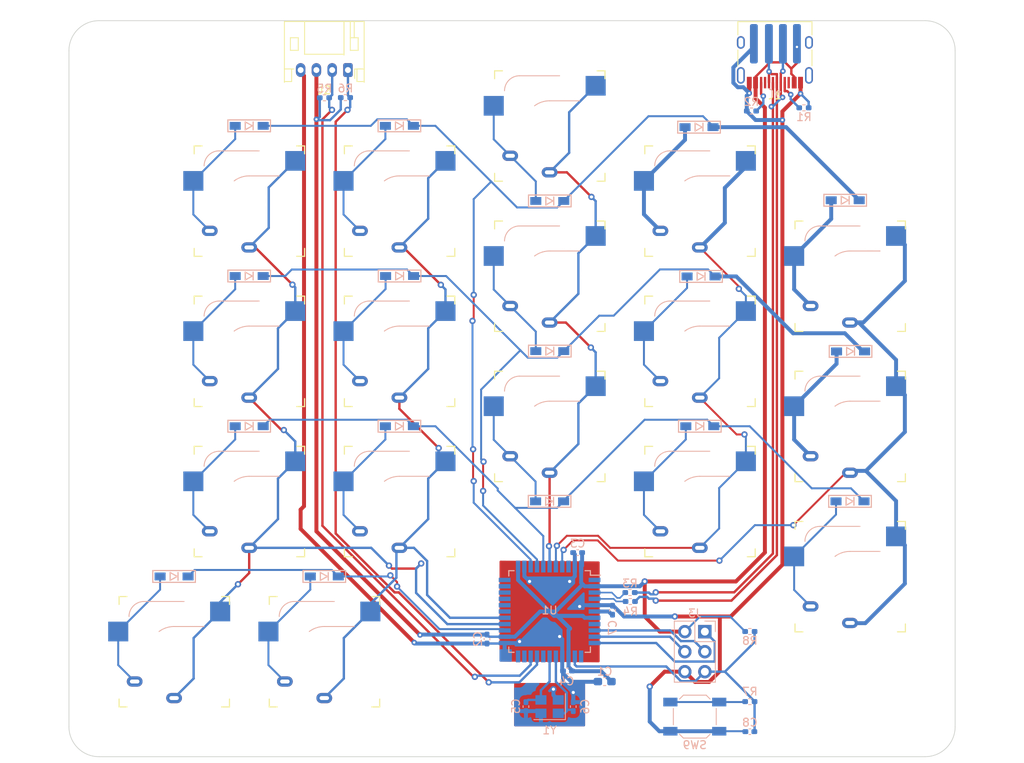
<source format=kicad_pcb>
(kicad_pcb (version 20211014) (generator pcbnew)
  (layers (0 "F.Cu" power) (31 "B.Cu" signal) (34 "B.Paste" user) (35 "F.Paste" user) (36 "B.SilkS" user "B.Silkscreen") (37 "F.SilkS" user "F.Silkscreen") (38 "B.Mask" user) (39 "F.Mask" user) (44 "Edge.Cuts" user))
  (net 0 "")
  (net 2 "+5V")
  (net 3 "GND")
  (net 15 "~{Reset}")
  (net 19 "SCL")
  (net 20 "SDA")
  (net 21 "MISO")
  (net 22 "SCK")
  (net 23 "MOSI")
  (net 24 "D-")
  (net 25 "D+")
  (net 26 "Net-(R7-Pad1)")
  (net 27 "/UCAP")
  (net 28 "/XTAL1")
  (net 29 "/XTAL2")
  (net 31 "/CC1")
  (net 32 "/CC2")
  (net 33 "Row1")
  (net 34 "Net-(D1-Pad2)")
  (net 35 "Row2")
  (net 36 "Net-(D2-Pad2)")
  (net 37 "Row3")
  (net 38 "Net-(D3-Pad2)")
  (net 39 "Row4")
  (net 40 "Net-(D4-Pad2)")
  (net 41 "Net-(D5-Pad2)")
  (net 42 "Net-(D6-Pad2)")
  (net 43 "Net-(D7-Pad2)")
  (net 44 "Net-(D8-Pad2)")
  (net 45 "Net-(D9-Pad2)")
  (net 46 "Net-(D10-Pad2)")
  (net 47 "Net-(D11-Pad2)")
  (net 48 "Net-(D12-Pad2)")
  (net 49 "Net-(D13-Pad2)")
  (net 50 "Net-(D14-Pad2)")
  (net 51 "Net-(D15-Pad2)")
  (net 52 "Net-(D16-Pad2)")
  (net 53 "Net-(D17-Pad2)")
  (net 54 "Col6")
  (net 55 "Col7")
  (net 56 "Col8")
  (net 57 "Col9")
  (net 58 "Col10")
  (net 59 "/DN")
  (net 60 "/DP")
  (footprint "MountingHole:MountingHole_3.2mm_M3_DIN965" (layer "F.Cu") (at 158.115 135.255)
    (fp_text reference "REF**" hide)
    (fp_text value "MountingHole_3.2mm_M3_DIN965")
  )
  (footprint "Keyboard_JSA:MX_Hotswap_Choc_Solder" (layer "F.Cu") (at 196.215 87.63)
    (fp_text reference "SW6" hide)
    (fp_text value "SW_Push" hide)
  )
  (footprint "Connector_USB:USB_C_Receptacle_HRO_TYPE-C-31-M-12" (layer "F.Cu") (at 243.84 49.53 180)
    (fp_text reference "J1")
    (fp_text value "USB_C_Receptacle_USB2.0")
  )
  (footprint "Keyboard_JSA:MX_Hotswap_Choc_Solder" (layer "F.Cu") (at 167.64 125.73)
    (fp_text reference "SW4" hide)
    (fp_text value "SW_Push" hide)
  )
  (footprint "Keyboard_JSA:MX_Hotswap_Choc_Solder" (layer "F.Cu") (at 215.265 97.155)
    (fp_text reference "SW12" hide)
    (fp_text value "SW_Push" hide)
  )
  (footprint "MountingHole:MountingHole_3.2mm_M3_DIN965" (layer "F.Cu") (at 158.115 49.53)
    (fp_text reference "REF**" hide)
    (fp_text value "MountingHole_3.2mm_M3_DIN965")
  )
  (footprint "Keyboard_JSA:MX_Hotswap_Choc_Solder" (layer "F.Cu") (at 196.215 68.58)
    (fp_text reference "SW5" hide)
    (fp_text value "SW_Push" hide)
  )
  (footprint "Keyboard_JSA:MX_Hotswap_Choc_Solder" (layer "F.Cu") (at 215.265 78.105)
    (fp_text reference "SW11" hide)
    (fp_text value "SW_Push" hide)
  )
  (footprint "Keyboard_JSA:MX_Hotswap_Choc_Solder" (layer "F.Cu") (at 234.315 68.58)
    (fp_text reference "SW13" hide)
    (fp_text value "SW_Push" hide)
  )
  (footprint "Keyboard_JSA:MX_Hotswap_Choc_Solder" (layer "F.Cu") (at 186.69 125.73)
    (fp_text reference "SW8" hide)
    (fp_text value "SW_Push" hide)
  )
  (footprint "Keyboard_JSA:MX_Hotswap_Choc_Solder" (layer "F.Cu") (at 177.165 106.68)
    (fp_text reference "SW3" hide)
    (fp_text value "SW_Push" hide)
  )
  (footprint "MountingHole:MountingHole_3.2mm_M3_DIN965" (layer "F.Cu") (at 262.89 135.255)
    (fp_text reference "REF**" hide)
    (fp_text value "MountingHole_3.2mm_M3_DIN965")
  )
  (footprint "Keyboard_JSA:MX_Hotswap_Choc_Solder" (layer "F.Cu") (at 177.165 87.63)
    (fp_text reference "SW2" hide)
    (fp_text value "SW_Push" hide)
  )
  (footprint "Keyboard_JSA:MX_Hotswap_Choc_Solder" (layer "F.Cu") (at 177.165 68.58)
    (fp_text reference "SW1" hide)
    (fp_text value "SW_Push" hide)
  )
  (footprint "Keyboard_JSA:MX_Hotswap_Choc_Solder" (layer "F.Cu") (at 234.315 87.63)
    (fp_text reference "SW14" hide)
    (fp_text value "SW_Push" hide)
  )
  (footprint "Keyboard_JSA:MX_Hotswap_Choc_Solder" (layer "F.Cu") (at 234.315 106.68)
    (fp_text reference "SW15" hide)
    (fp_text value "SW_Push" hide)
  )
  (footprint "MountingHole:MountingHole_3.2mm_M3_DIN965" (layer "F.Cu") (at 262.89 49.53)
    (fp_text reference "REF**" hide)
    (fp_text value "MountingHole_3.2mm_M3_DIN965")
  )
  (footprint "Keyboard_JSA:MX_Hotswap_Choc_Solder" (layer "F.Cu") (at 253.365 78.105)
    (fp_text reference "SW16" hide)
    (fp_text value "SW_Push" hide)
  )
  (footprint "Keyboard_JSA:MX_Hotswap_Choc_Solder" (layer "F.Cu") (at 253.365 116.205)
    (fp_text reference "SW18" hide)
    (fp_text value "SW_Push" hide)
  )
  (footprint "Keyboard_JSA:MX_Hotswap_Choc_Solder" (layer "F.Cu") (at 196.215 106.68)
    (fp_text reference "SW7" hide)
    (fp_text value "SW_Push" hide)
  )
  (footprint "Keyboard_JSA:MX_Hotswap_Choc_Solder" (layer "F.Cu") (at 215.265 59.055)
    (fp_text reference "SW10" hide)
    (fp_text value "SW_Push" hide)
  )
  (footprint "Keyboard_JSA:MX_Hotswap_Choc_Solder" (layer "F.Cu") (at 253.365 97.155)
    (fp_text reference "SW17" hide)
    (fp_text value "SW_Push" hide)
  )
  (footprint "Connector_JST:JST_PH_S4B-PH-K_1x04_P2.00mm_Horizontal" (layer "F.Cu") (at 189.689994 51.980008 180)
    (fp_text reference "J2")
    (fp_text value "Conn_01x04")
  )
  (footprint "Capacitor_SMD:C_0402_1005Metric_Pad0.74x0.62mm_HandSolder" (layer "B.Cu") (at 240.665 135.89 180)
    (fp_text reference "C8")
    (fp_text value "0.1µF")
  )
  (footprint "Keyboard_Foostan:D3_SMD_v2" (layer "B.Cu") (at 215.265 106.68 180)
    (fp_text reference "D11" hide)
    (fp_text value "1N4148" hide)
  )
  (footprint "Capacitor_SMD:C_0402_1005Metric_Pad0.74x0.62mm_HandSolder" (layer "B.Cu") (at 218.265 132.715 -90)
    (fp_text reference "C6")
    (fp_text value "9pF")
  )
  (footprint "Keyboard_Foostan:D3_SMD_v2" (layer "B.Cu") (at 234.475 78.155 180)
    (fp_text reference "D13" hide)
    (fp_text value "1N4148" hide)
  )
  (footprint "Keyboard_Foostan:D3_SMD_v2" (layer "B.Cu") (at 196.215 59.055 180)
    (fp_text reference "D5" hide)
    (fp_text value "1N4148" hide)
  )
  (footprint "Resistor_SMD:R_0402_1005Metric_Pad0.72x0.64mm_HandSolder" (layer "B.Cu") (at 186.715 55.495 180)
    (fp_text reference "R5")
    (fp_text value "2k2")
  )
  (footprint "Capacitor_SMD:C_0402_1005Metric_Pad0.74x0.62mm_HandSolder" (layer "B.Cu") (at 223.245 120.485 90)
    (fp_text reference "C7")
    (fp_text value "1µF")
  )
  (footprint "Resistor_SMD:R_0402_1005Metric_Pad0.72x0.64mm_HandSolder" (layer "B.Cu") (at 189.375 55.475 180)
    (fp_text reference "R6")
    (fp_text value "2k2")
  )
  (footprint "Keyboard_Foostan:D3_SMD_v2" (layer "B.Cu") (at 215.29 87.63 180)
    (fp_text reference "D10" hide)
    (fp_text value "1N4148" hide)
  )
  (footprint "Capacitor_SMD:C_0402_1005Metric_Pad0.74x0.62mm_HandSolder" (layer "B.Cu") (at 217.5343 128.1938 180)
    (fp_text reference "C4")
    (fp_text value "0.1µF")
  )
  (footprint "Capacitor_SMD:C_0402_1005Metric_Pad0.74x0.62mm_HandSolder" (layer "B.Cu") (at 218.821 113.1824 180)
    (fp_text reference "C3")
    (fp_text value "0.1µF")
  )
  (footprint "Resistor_SMD:R_0402_1005Metric_Pad0.72x0.64mm_HandSolder" (layer "B.Cu") (at 225.5 119.38 180)
    (fp_text reference "R4")
    (fp_text value "5k1")
  )
  (footprint "Keyboard_Foostan:D3_SMD_v2" (layer "B.Cu") (at 253.435 87.665 180)
    (fp_text reference "D16" hide)
    (fp_text value "1N4148" hide)
  )
  (footprint "Keyboard_Foostan:D3_SMD_v2" (layer "B.Cu") (at 177.165 97.155 180)
    (fp_text reference "D3" hide)
    (fp_text value "1N4148" hide)
  )
  (footprint "Keyboard_Foostan:D3_SMD_v2" (layer "B.Cu") (at 253.365 106.68 180)
    (fp_text reference "D17" hide)
    (fp_text value "1N4148" hide)
  )
  (footprint "Capacitor_SMD:C_0402_1005Metric_Pad0.74x0.62mm_HandSolder" (layer "B.Cu") (at 212.265 132.715 90)
    (fp_text reference "C5")
    (fp_text value "9pF")
  )
  (footprint "Keyboard_Foostan:D3_SMD_v2" (layer "B.Cu") (at 186.69 116.205 180)
    (fp_text reference "D8" hide)
    (fp_text value "1N4148" hide)
  )
  (footprint "Keyboard_Foostan:D3_SMD_v2" (layer "B.Cu") (at 215.29 68.58 180)
    (fp_text reference "D9" hide)
    (fp_text value "1N4148" hide)
  )
  (footprint "Keyboard_Foostan:D3_SMD_v2" (layer "B.Cu") (at 177.165 78.105 180)
    (fp_text reference "D2" hide)
    (fp_text value "1N4148" hide)
  )
  (footprint "Connector_PinHeader_2.54mm:PinHeader_2x03_P2.54mm_Vertical" (layer "B.Cu") (at 234.955 123.205 180)
    (fp_text reference "J3")
    (fp_text value "AVR-ISP-6")
  )
  (footprint "Keyboard_JSA:USB wire pad" (layer "B.Cu") (at 243.84 45.5961)
    (fp_text reference "J4")
    (fp_text value "Conn_01x04")
  )
  (footprint "Keyboard_Foostan:D3_SMD_v2" (layer "B.Cu") (at 196.24 78.105 180)
    (fp_text reference "D6" hide)
    (fp_text value "1N4148" hide)
  )
  (footprint "Capacitor_SMD:C_0402_1005Metric_Pad0.74x0.62mm_HandSolder" (layer "B.Cu") (at 207.325 124.145 -90)
    (fp_text reference "C2")
    (fp_text value "0.1µF")
  )
  (footprint "Button_Switch_SMD:SW_SPST_SKQG_WithStem" (layer "B.Cu") (at 233.68 133.985)
    (fp_text reference "SW9")
    (fp_text value "SW_Push")
  )
  (footprint "Resistor_SMD:R_0402_1005Metric_Pad0.72x0.64mm_HandSolder" (layer "B.Cu") (at 240.8682 57.1754 180)
    (fp_text reference "R2")
    (fp_text value "5k1")
  )
  (footprint "Resistor_SMD:R_0402_1005Metric_Pad0.72x0.64mm_HandSolder" (layer "B.Cu") (at 240.665 132.08)
    (fp_text reference "R7")
    (fp_text value "330Ω")
  )
  (footprint "Keyboard_Foostan:D3_SMD_v2" (layer "B.Cu") (at 196.215 97.155 180)
    (fp_text reference "D7" hide)
    (fp_text value "1N4148" hide)
  )
  (footprint "Resistor_SMD:R_0402_1005Metric_Pad0.72x0.64mm_HandSolder" (layer "B.Cu") (at 225.4625 118.25 180)
    (fp_text reference "R3")
    (fp_text value "5k1")
  )
  (footprint "Keyboard_Foostan:D3_SMD_v2" (layer "B.Cu") (at 177.165 59.055 180)
    (fp_text reference "D1" hide)
    (fp_text value "1N4148" hide)
  )
  (footprint "Keyboard_Foostan:D3_SMD_v2" (layer "B.Cu") (at 234.315 97.155 180)
    (fp_text reference "D14" hide)
    (fp_text value "1N4148" hide)
  )
  (footprint "Capacitor_SMD:C_0603_1608Metric_Pad1.08x0.95mm_HandSolder" (layer "B.Cu") (at 222.25 129.54 180)
    (fp_text reference "C1")
    (fp_text value "10µF")
  )
  (footprint "Keyboard_Foostan:D3_SMD_v2" (layer "B.Cu") (at 234.215 59.225 180)
    (fp_text reference "D12" hide)
    (fp_text value "1N4148" hide)
  )
  (footprint "Resistor_SMD:R_0402_1005Metric_Pad0.72x0.64mm_HandSolder" (layer "B.Cu") (at 240.665 123.19)
    (fp_text reference "R8")
    (fp_text value "4.7kΩ")
  )
  (footprint "Package_QFP:TQFP-44_10x10mm_P0.8mm" (layer "B.Cu") (at 215.265 120.65 180)
    (fp_text reference "U1")
    (fp_text value "ATmega32U4-AU")
  )
  (footprint "Keyboard_Foostan:D3_SMD_v2" (layer "B.Cu") (at 167.64 116.205 180)
    (fp_text reference "D4" hide)
    (fp_text value "1N4148" hide)
  )
  (footprint "Keyboard_Foostan:D3_SMD_v2" (layer "B.Cu") (at 252.755 68.495 180)
    (fp_text reference "D15" hide)
    (fp_text value "1N4148" hide)
  )
  (footprint "Crystal:Crystal_SMD_3225-4Pin_3.2x2.5mm" (layer "B.Cu") (at 215.265 132.715 180)
    (fp_text reference "Y1")
    (fp_text value "16MHz")
  )
  (footprint "Resistor_SMD:R_0402_1005Metric_Pad0.72x0.64mm_HandSolder" (layer "B.Cu") (at 247.523 56.769)
    (fp_text reference "R1")
    (fp_text value "5k1")
  )
  (gr_line (start 266.7 135.255) (end 266.7 49.53) (layer "Edge.Cuts") (width 0.1))
  (gr_arc (start 262.89 45.72) (mid 265.584077 46.835923) (end 266.7 49.53) (layer "Edge.Cuts") (width 0.1))
  (gr_arc (start 154.305 49.53) (mid 155.420923 46.835923) (end 158.115 45.72) (layer "Edge.Cuts") (width 0.1))
  (gr_line (start 154.305 49.53) (end 154.305 135.255) (layer "Edge.Cuts") (width 0.1))
  (gr_line (start 158.115 139.065) (end 262.89 139.065) (layer "Edge.Cuts") (width 0.1))
  (gr_line (start 262.89 45.72) (end 158.115 45.72) (layer "Edge.Cuts") (width 0.1))
  (gr_arc (start 158.115 139.065) (mid 155.420923 137.949077) (end 154.305 135.255) (layer "Edge.Cuts") (width 0.1))
  (gr_arc (start 266.7 135.255) (mid 265.584077 137.949077) (end 262.89 139.065) (layer "Edge.Cuts") (width 0.1))
  (segment (start 242.57 113.167912) (end 238.897912 116.84) (width 0.5) (layer "F.Cu") (net 2))
  (segment (start 185.69 58.23) (end 185.69 110.48) (width 0.5) (layer "F.Cu") (net 2))
  (segment (start 246.6086 51.113634) (end 246.6086 49.0759) (width 0.3) (layer "F.Cu") (net 2))
  (segment (start 246.29 53.575) (end 246.29 52.827766) (width 0.3) (layer "F.Cu") (net 2))
  (segment (start 242.57 56.75) (end 242.57 113.167912) (width 0.5) (layer "F.Cu") (net 2))
  (segment (start 238.897912 116.84) (end 227.33 116.84) (width 0.5) (layer "F.Cu") (net 2))
  (segment (start 243.214566 51.0032) (end 241.39 52.827766) (width 0.3) (layer "F.Cu") (net 2))
  (segment (start 245.925479 51.796755) (end 245.131924 51.0032) (width 0.3) (layer "F.Cu") (net 2))
  (segment (start 246.29 52.827766) (end 245.925479 52.463245) (width 0.3) (layer "F.Cu") (net 2))
  (segment (start 229.25 123.205) (end 232.415 123.205) (width 0.5) (layer "F.Cu") (net 2))
  (segment (start 245.131924 51.0032) (end 243.214566 51.0032) (width 0.3) (layer "F.Cu") (net 2))
  (segment (start 227.33 121.285) (end 229.25 123.205) (width 0.5) (layer "F.Cu") (net 2))
  (segment (start 227.33 116.84) (end 227.33 121.285) (width 0.5) (layer "F.Cu") (net 2))
  (segment (start 245.925479 51.796755) (end 246.6086 51.113634) (width 0.3) (layer "F.Cu") (net 2))
  (segment (start 245.925479 52.463245) (end 245.925479 51.796755) (width 0.3) (layer "F.Cu") (net 2))
  (segment (start 185.69 52.2848) (end 185.69 58.23) (width 0.5) (layer "F.Cu") (net 2))
  (segment (start 241.39 53.575) (end 241.39 55.57) (width 0.5) (layer "F.Cu") (net 2))
  (segment (start 246.6086 49.0759) (end 246.634 49.0505) (width 0.3) (layer "F.Cu") (net 2))
  (segment (start 185.69 110.48) (end 198.835 123.625) (width 0.5) (layer "F.Cu") (net 2))
  (segment (start 241.39 55.57) (end 242.57 56.75) (width 0.5) (layer "F.Cu") (net 2))
  (segment (start 241.39 52.827766) (end 241.39 53.575) (width 0.3) (layer "F.Cu") (net 2))
  (via (at 227.33 116.84) (size 0.8) (drill 0.4) (layers "F.Cu" "B.Cu") (net 2))
  (via (at 198.835 123.625) (size 0.7) (drill 0.3) (layers "F.Cu" "B.Cu") (net 2))
  (via (at 185.69 58.23) (size 0.7) (drill 0.3) (layers "F.Cu" "B.Cu") (net 2))
  (via (at 246.634 49.0505) (size 0.7) (drill 0.3) (layers "F.Cu" "B.Cu") (net 2))
  (segment (start 234.335 121.285) (end 232.415 123.205) (width 0.25) (layer "B.Cu") (net 2))
  (segment (start 226.72 117.45) (end 227.33 116.84) (width 0.5) (layer "B.Cu") (net 2))
  (segment (start 217.665 123.012) (end 217.665 126.35) (width 0.5) (layer "B.Cu") (net 2))
  (segment (start 219.471 121.206) (end 219.715 121.45) (width 0.5) (layer "B.Cu") (net 2))
  (segment (start 218.22042 128.225) (end 221.7975 128.225) (width 0.5) (layer "B.Cu") (net 2))
  (segment (start 217.665 127.66958) (end 218.22042 128.225) (width 0.5) (layer "B.Cu") (net 2))
  (segment (start 214.063623 120.65) (end 210.863623 123.85) (width 0.5) (layer "B.Cu") (net 2))
  (segment (start 215.265 120.65) (end 215.821 121.206) (width 0.5) (layer "B.Cu") (net 2))
  (segment (start 216.2528 121.206) (end 217.8619 122.8151) (width 0.5) (layer "B.Cu") (net 2))
  (segment (start 186.1175 55.495) (end 186.1175 57.9225) (width 0.3) (layer "B.Cu") (net 2))
  (segment (start 207.5975 123.85) (end 207.325 123.5775) (width 0.3) (layer "B.Cu") (net 2))
  (segment (start 219.3885 113.1824) (end 219.3885 114.8265) (width 0.5) (layer "B.Cu") (net 2))
  (segment (start 219.471 117.206) (end 216.027 120.65) (width 0.5) (layer "B.Cu") (net 2))
  (segment (start 238.1625 121.285) (end 234.335 121.285) (width 0.25) (layer "B.Cu") (net 2))
  (segment (start 215.265 120.65) (end 214.063623 120.65) (width 0.5) (layer "B.Cu") (net 2))
  (segment (start 219.715 121.45) (end 220.965 121.45) (width 0.5) (layer "B.Cu") (net 2))
  (segment (start 187.424956 58.335) (end 185.705 58.335) (width 0.3) (layer "B.Cu") (net 2))
  (segment (start 221.7975 128.225) (end 223.1125 129.54) (width 0.5) (layer "B.Cu") (net 2))
  (segment (start 219.265 117) (end 219.265 114.95) (width 0.5) (layer "B.Cu") (net 2))
  (segment (start 198.8825 123.5775) (end 198.835 123.625) (width 0.5) (layer "B.Cu") (net 2))
  (segment (start 217.665 126.35) (end 217.665 127.66958) (width 0.5) (layer "B.Cu") (net 2))
  (segment (start 220.965 117.45) (end 226.72 117.45) (width 0.5) (layer "B.Cu") (net 2))
  (segment (start 220.965 117.45) (end 219.715 117.45) (width 0.5) (layer "B.Cu") (net 2))
  (segment (start 188.7775 56.982456) (end 187.424956 58.335) (width 0.3) (layer "B.Cu") (net 2))
  (segment (start 219.715 117.45) (end 219.471 117.206) (width 0.5) (layer "B.Cu") (net 2))
  (segment (start 219.471 117.206) (end 219.265 117) (width 0.5) (layer "B.Cu") (net 2))
  (segment (start 210.863623 123.85) (end 209.565 123.85) (width 0.5) (layer "B.Cu") (net 2))
  (segment (start 219.471 121.206) (end 216.2528 121.206) (width 0.5) (layer "B.Cu") (net 2))
  (segment (start 217.8619 122.8151) (end 215.6968 120.65) (width 0.5) (layer "B.Cu") (net 2))
  (segment (start 215.821 121.206) (end 219.471 121.206) (width 0.5) (layer "B.Cu") (net 2))
  (segment (start 209.565 123.85) (end 207.5975 123.85) (width 0.3) (layer "B.Cu") (net 2))
  (segment (start 211.265 116.65) (end 211.265 114.95) (width 0.5) (layer "B.Cu") (net 2))
  (segment (start 186.1175 57.9225) (end 185.705 58.335) (width 0.3) (layer "B.Cu") (net 2))
  (segment (start 188.7775 55.475) (end 188.7775 56.982456) (width 0.3) (layer "B.Cu") (net 2))
  (segment (start 215.265 120.65) (end 211.265 116.65) (width 0.5) (layer "B.Cu") (net 2))
  (segment (start 217.8619 122.8151) (end 217.665 123.012) (width 0.5) (layer "B.Cu") (net 2))
  (segment (start 207.325 123.5775) (end 198.8825 123.5775) (width 0.5) (layer "B.Cu") (net 2))
  (segment (start 240.0675 123.19) (end 238.1625 121.285) (width 0.25) (layer "B.Cu") (net 2))
  (segment (start 216.027 120.65) (end 215.265 120.65) (width 0.5) (layer "B.Cu") (net 2))
  (segment (start 215.6968 120.65) (end 215.265 120.65) (width 0.5) (layer "B.Cu") (net 2))
  (segment (start 219.3885 114.8265) (end 219.265 114.95) (width 0.5) (layer "B.Cu") (net 2))
  (segment (start 233.714511 129.584511) (end 235.493276 129.584511) (width 0.5) (layer "F.Cu") (net 3))
  (segment (start 183.69 52.2848) (end 184.120421 52.715221) (width 0.5) (layer "F.Cu") (net 3))
  (segment (start 229.855 128.285) (end 227.965 130.175) (width 0.5) (layer "F.Cu") (net 3))
  (segment (start 183.69 107.727922) (end 183.69 110.18) (width 0.5) (layer "F.Cu") (net 3))
  (segment (start 183.69 110.18) (end 198.095 124.585) (width 0.5) (layer "F.Cu") (net 3))
  (segment (start 236.855 128.222787) (end 235.493276 129.584511) (width 0.5) (layer "F.Cu") (net 3))
  (segment (start 232.415 128.285) (end 229.855 128.285) (width 0.5) (layer "F.Cu") (net 3))
  (segment (start 246.177765 55.892101) (end 246.126965 55.892101) (width 0.5) (layer "F.Cu") (net 3))
  (segment (start 184.120421 52.715221) (end 184.120421 107.297501) (width 0.5) (layer "F.Cu") (net 3))
  (segment (start 233.714511 129.584511) (end 232.415 128.285) (width 0.5) (layer "F.Cu") (net 3))
  (segment (start 240.59 53.575) (end 240.59 54.9136) (width 0.5) (layer "F.Cu") (net 3))
  (segment (start 238.235 121.285) (end 244.7895 114.7305) (width 0.5) (layer "F.Cu") (net 3))
  (segment (start 247.09 54.979866) (end 246.177765 55.892101) (width 0.5) (layer "F.Cu") (net 3))
  (segment (start 244.7895 114.7305) (end 244.7895 58.3216) (width 0.5) (layer "F.Cu") (net 3))
  (segment (start 240.59 54.9136) (end 240.5888 54.9148) (width 0.5) (layer "F.Cu") (net 3))
  (segment (start 244.7895 57.229566) (end 244.7895 58.3216) (width 0.5) (layer "F.Cu") (net 3))
  (segment (start 246.126965 55.892101) (end 244.7895 57.229566) (width 0.5) (layer "F.Cu") (net 3))
  (segment (start 236.855 121.285) (end 236.855 128.222787) (width 0.5) (layer "F.Cu") (net 3))
  (segment (start 236.855 121.285) (end 238.235 121.285) (width 0.5) (layer "F.Cu") (net 3))
  (segment (start 247.09 53.575) (end 247.09 54.979866) (width 0.5) (layer "F.Cu") (net 3))
  (segment (start 184.120421 107.297501) (end 183.69 107.727922) (width 0.5) (layer "F.Cu") (net 3))
  (segment (start 236.855 121.285) (end 231.14 121.285) (width 0.5) (layer "F.Cu") (net 3))
  (via (at 247.09 54.979866) (size 0.7) (drill 0.3) (layers "F.Cu" "B.Cu") (net 3))
  (via (at 217.805 116.84) (size 0.8) (drill 0.4) (layers "F.Cu" "B.Cu") (net 3))
  (via (at 198.095 124.585) (size 0.7) (drill 0.3) (layers "F.Cu" "B.Cu") (net 3))
  (via (at 244.7895 58.3216) (size 0.7) (drill 0.3) (layers "F.Cu" "B.Cu") (net 3))
  (via (at 218.265 130.918128) (size 0.8) (drill 0.4) (layers "F.Cu" "B.Cu") (net 3))
  (via (at 219.075 120.015) (size 0.8) (drill 0.4) (layers "F.Cu" "B.Cu") (net 3))
  (via (at 211.455 124.46) (size 0.8) (drill 0.4) (layers "F.Cu" "B.Cu") (net 3))
  (via (at 212.725 116.84) (size 0.8) (drill 0.4) (layers "F.Cu" "B.Cu") (net 3))
  (via (at 240.5888 54.9148) (size 0.7) (drill 0.3) (layers "F.Cu" "B.Cu") (net 3))
  (via (at 227.965 130.175) (size 0.8) (drill 0.4) (layers "F.Cu" "B.Cu") (net 3))
  (via (at 231.14 121.285) (size 0.8) (drill 0.4) (layers "F.Cu" "B.Cu") (net 3))
  (via (at 216.535 123.825) (size 0.8) (drill 0.4) (layers "F.Cu" "B.Cu") (net 3))
  (via (at 215.7476 130.5052) (size 0.8) (drill 0.4) (layers "F.Cu" "B.Cu") (net 3))
  (segment (start 248.1205 56.769) (end 248.1205 56.010366) (width 0.3) (layer "B.Cu") (net 3))
  (segment (start 216.9668 129.619928) (end 216.9668 128.1938) (width 0.5) (layer "B.Cu") (net 3))
  (segment (start 218.465 116.18) (end 217.805 116.84) (width 0.5) (layer "B.Cu") (net 3))
  (segment (start 240.0425 135.835) (end 236.78 135.835) (width 0.25) (layer "B.Cu") (net 3))
  (segment (start 198.095 124.585) (end 198.2225 124.7125) (width 0.5) (layer "B.Cu") (net 3))
  (segment (start 212.065 116.18) (end 212.725 116.84) (width 0.5) (layer "B.Cu") (net 3))
  (segment (start 218.465 114.95) (end 218.465 116.18) (width 0.5) (layer "B.Cu") (net 3))
  (segment (start 240.2707 57.199891) (end 241.392409 58.3216) (width 0.5) (layer "B.Cu") (net 3))
  (segment (start 218.02048 129.5654) (end 216.9668 128.51172) (width 0.5) (layer "B.Cu") (net 3))
  (segment (start 207.325 124.7125) (end 209.5025 124.7125) (width 0.3) (layer "B.Cu") (net 3))
  (segment (start 215.7476 130.5052) (end 215.7476 131.2476) (width 0.5) (layer "B.Cu") (net 3))
  (segment (start 211.265 124.65) (end 211.455 124.46) (width 0.5) (layer "B.Cu") (net 3))
  (segment (start 198.2225 124.7125) (end 207.325 124.7125) (width 0.5) (layer "B.Cu") (net 3))
  (segment (start 229.18 135.835) (end 227.965 134.62) (width 0.5) (layer "B.Cu") (net 3))
  (segment (start 209.565 124.65) (end 211.265 124.65) (width 0.5) (layer "B.Cu") (net 3))
  (segment (start 216.9668 129.619928) (end 218.265 130.918128) (width 0.5) (layer "B.Cu") (net 3))
  (segment (start 230.58 135.835) (end 236.78 135.835) (width 0.5) (layer "B.Cu") (net 3))
  (segment (start 218.265 130.918128) (end 218.265 132.1475) (width 0.5) (layer "B.Cu") (net 3))
  (segment (start 219.24 119.85) (end 219.075 120.015) (width 0.5) (layer "B.Cu") (net 3))
  (segment (start 220.965 119.85) (end 223.1775 119.85) (width 0.5) (layer "B.Cu") (net 3))
  (segment (start 218.465 113.3939) (end 218.465 114.95) (width 0.5) (layer "B.Cu") (net 3))
  (segment (start 240.2707 55.2329) (end 240.5888 54.9148) (width 0.5) (layer "B.Cu") (net 3))
  (segment (start 216.865 126.35) (end 216.865 124.155) (width 0.5) (layer "B.Cu") (net 3))
  (segment (start 223.1775 119.85) (end 223.245 119.9175) (width 0.5) (layer "B.Cu") (net 3))
  (segment (start 216.865 126.35) (end 216.865 128.1275) (width 0.5) (layer "B.Cu") (net 3))
  (segment (start 223.33242 119.9175) (end 224.69992 121.285) (width 0.5) (layer "B.Cu") (net 3))
  (segment (start 218.2535 113.1824) (end 218.465 113.3939) (width 0.5) (layer "B.Cu") (net 3))
  (segment (start 215.7476 131.2476) (end 216.365 131.865) (width 0.5) (layer "B.Cu") (net 3))
  (segment (start 239.83352 54.15952) (end 239.126696 54.15952) (width 0.5) (layer "B.Cu") (net 3))
  (segment (start 216.865 124.155) (end 216.535 123.825) (width 0.5) (layer "B.Cu") (net 3))
  (segment (start 241.392409 58.3216) (end 244.7895 58.3216) (width 0.5) (layer "B.Cu") (net 3))
  (segment (start 238.57048 53.603304) (end 238.57048 51.65302) (width 0.5) (layer "B.Cu") (net 3))
  (segment (start 240.5888 54.9148) (end 239.83352 54.15952) (width 0.5) (layer "B.Cu") (net 3))
  (segment (start 239.126696 54.15952) (end 238.57048 53.603304) (width 0.5) (layer "B.Cu") (net 3))
  (segment (start 212.065 114.95) (end 212.065 116.18) (width 0.5) (layer "B.Cu") (net 3))
  (segment (start 224.69992 121.285) (end 231.14 121.285) (width 0.5) (layer "B.Cu") (net 3))
  (segment (start 223.15758 119.9175) (end 223.33242 119.9175) (width 0.5) (layer "B.Cu") (net 3))
  (segment (start 220.965 119.85) (end 219.24 119.85) (width 0.5) (layer "B.Cu") (net 3))
  (segment (start 248.1205 56.010366) (end 247.09 54.979866) (width 0.3) (layer "B.Cu") (net 3))
  (segment (start 212.265 133.2825) (end 213.8825 133.2825) (width 0.5) (layer "B.Cu") (net 3))
  (segment (start 230.58 135.835) (end 229.18 135.835) (width 0.5) (layer "B.Cu") (net 3))
  (segment (start 221.3621 129.5654) (end 218.02048 129.5654) (width 0.5) (layer "B.Cu") (net 3))
  (segment (start 227.965 134.62) (end 227.965 130.175) (width 0.5) (layer "B.Cu") (net 3))
  (segment (start 238.57048 51.65302) (end 241.173 49.0505) (width 0.5) (layer "B.Cu") (net 3))
  (segment (start 240.2707 57.1754) (end 240.2707 55.2329) (width 0.5) (layer "B.Cu") (net 3))
  (segment (start 216.9668 128.51172) (end 216.9668 128.1938) (width 0.5) (layer "B.Cu") (net 3))
  (segment (start 231.918145 129.484511) (end 233.755489 129.484511) (width 0.3) (layer "B.Cu") (net 15))
  (segment (start 234.955 128.285) (end 237.505 128.285) (width 0.3) (layer "B.Cu") (net 15))
  (segment (start 241.2625 132.08) (end 241.2625 135.86) (width 0.3) (layer "B.Cu") (net 15))
  (segment (start 233.755489 129.484511) (end 234.955 128.285) (width 0.3) (layer "B.Cu") (net 15))
  (segment (start 218.465 127.4) (end 218.690489 127.625489) (width 0.3) (layer "B.Cu") (net 15))
  (segment (start 230.059123 127.625489) (end 231.918145 129.484511) (width 0.3) (layer "B.Cu") (net 15))
  (segment (start 237.505 128.285) (end 241.2625 124.5275) (width 0.3) (layer "B.Cu") (net 15))
  (segment (start 241.2625 124.5275) (end 241.2625 123.19) (width 0.3) (layer "B.Cu") (net 15))
  (segment (start 237.505 128.285) (end 241.2625 132.0425) (width 0.3) (layer "B.Cu") (net 15))
  (segment (start 218.465 126.35) (end 218.465 127.4) (width 0.3) (layer "B.Cu") (net 15))
  (segment (start 218.690489 127.625489) (end 230.059123 127.625489) (width 0.3) (layer "B.Cu") (net 15))
  (segment (start 196.1396 118.2296) (end 195.611689 118.2296) (width 0.3) (layer "F.Cu") (net 19))
  (segment (start 188.135 110.752911) (end 188.135 58.535) (width 0.3) (layer "F.Cu") (net 19))
  (segment (start 195.611689 118.2296) (end 188.135 110.752911) (width 0.3) (layer "F.Cu") (net 19))
  (segment (start 188.135 58.535) (end 189.635 57.035) (width 0.3) (layer "F.Cu") (net 19))
  (segment (start 207.545 129.635) (end 196.1396 118.2296) (width 0.3) (layer "F.Cu") (net 19))
  (via (at 189.635 57.035) (size 0.8) (drill 0.4) (layers "F.Cu" "B.Cu") (net 19))
  (via (at 207.545 129.635) (size 0.8) (drill 0.4) (layers "F.Cu" "B.Cu") (net 19))
  (segment (start 211.43 129.635) (end 207.545 129.635) (width 0.3) (layer "B.Cu") (net 19))
  (segment (start 189.9725 56.6975) (end 189.635 57.035) (width 0.3) (layer "B.Cu") (net 19))
  (segment (start 213.665 127.4) (end 211.43 129.635) (width 0.3) (layer "B.Cu") (net 19))
  (segment (start 189.9725 55.475) (end 189.9725 56.6975) (width 0.3) (layer "B.Cu") (net 19))
  (segment (start 189.9725 55.475) (end 189.69 55.1925) (width 0.3) (layer "B.Cu") (net 19))
  (segment (start 189.69 55.1925) (end 189.69 52.2848) (width 0.3) (layer "B.Cu") (net 19))
  (segment (start 213.665 126.35) (end 213.665 127.4) (width 0.3) (layer "B.Cu") (net 19))
  (segment (start 186.454501 109.778827) (end 186.454501 58.245499) (width 0.3) (layer "F.Cu") (net 20))
  (segment (start 205.785023 128.934977) (end 205.610651 128.934977) (width 0.3) (layer "F.Cu") (net 20))
  (segment (start 186.454501 58.245499) (end 187.665 57.035) (width 0.3) (layer "F.Cu") (net 20))
  (segment (start 205.610651 128.934977) (end 186.454501 109.778827) (width 0.3) (layer "F.Cu") (net 20))
  (via (at 187.665 57.035) (size 0.8) (drill 0.4) (layers "F.Cu" "B.Cu") (net 20))
  (via (at 205.785023 128.934977) (size 0.8) (drill 0.4) (layers "F.Cu" "B.Cu") (net 20))
  (segment (start 211.475023 128.789977) (end 205.930023 128.789977) (width 0.3) (layer "B.Cu") (net 20))
  (segment (start 187.3125 55.495) (end 187.3125 56.6825) (width 0.3) (layer "B.Cu") (net 20))
  (segment (start 212.865 126.35) (end 212.865 127.4) (width 0.3) (layer "B.Cu") (net 20))
  (segment (start 187.3125 55.495) (end 187.69 55.1175) (width 0.3) (layer "B.Cu") (net 20))
  (segment (start 212.865 127.4) (end 211.475023 128.789977) (width 0.3) (layer "B.Cu") (net 20))
  (segment (start 205.930023 128.789977) (end 205.785023 128.934977) (width 0.3) (layer "B.Cu") (net 20))
  (segment (start 187.3125 56.6825) (end 187.665 57.035) (width 0.3) (layer "B.Cu") (net 20))
  (segment (start 187.69 55.1175) (end 187.69 52.2848) (width 0.3) (layer "B.Cu") (net 20))
  (segment (start 231.14 127) (end 236.22 127) (width 0.3) (layer "B.Cu") (net 21))
  (segment (start 228.79 124.65) (end 231.14 127) (width 0.3) (layer "B.Cu") (net 21))
  (segment (start 236.22 127) (end 236.22 124.47) (width 0.3) (layer "B.Cu") (net 21))
  (segment (start 236.22 124.47) (end 234.955 123.205) (width 0.3) (layer "B.Cu") (net 21))
  (segment (start 220.965 124.65) (end 228.79 124.65) (width 0.3) (layer "B.Cu") (net 21))
  (segment (start 233.614511 124.404511) (end 234.955 125.745) (width 0.3) (layer "B.Cu") (net 22))
  (segment (start 230.563634 123.05) (end 231.918145 124.404511) (width 0.3) (layer "B.Cu") (net 22))
  (segment (start 220.965 123.05) (end 230.563634 123.05) (width 0.3) (layer "B.Cu") (net 22))
  (segment (start 231.918145 124.404511) (end 233.614511 124.404511) (width 0.3) (layer "B.Cu") (net 22))
  (segment (start 220.965 123.85) (end 230.52 123.85) (width 0.3) (layer "B.Cu") (net 23))
  (segment (start 230.52 123.85) (end 232.415 125.745) (width 0.3) (layer "B.Cu") (net 23))
  (segment (start 223.832781 118.929999) (end 223.152782 118.25) (width 0.2) (layer "B.Cu") (net 24))
  (segment (start 224.185001 118.929999) (end 223.832781 118.929999) (width 0.2) (layer "B.Cu") (net 24))
  (segment (start 224.865 118.25) (end 224.185001 118.929999) (width 0.2) (layer "B.Cu") (net 24))
  (segment (start 223.152782 118.25) (end 220.965 118.25) (width 0.2) (layer "B.Cu") (net 24))
  (segment (start 223.713766 119.375978) (end 223.387788 119.05) (width 0.2) (layer "B.Cu") (net 25))
  (segment (start 223.387788 119.05) (end 220.965 119.05) (width 0.2) (layer "B.Cu") (net 25))
  (segment (start 224.898478 119.375978) (end 223.713766 119.375978) (width 0.2) (layer "B.Cu") (net 25))
  (segment (start 240.0125 132.135) (end 236.78 132.135) (width 0.25) (layer "B.Cu") (net 26))
  (segment (start 236.78 132.135) (end 230.58 132.135) (width 0.25) (layer "B.Cu") (net 26))
  (segment (start 220.965 120.65) (end 222.75508 120.65) (width 0.5) (layer "B.Cu") (net 27))
  (segment (start 222.75508 120.65) (end 223.15758 121.0525) (width 0.5) (layer "B.Cu") (net 27))
  (segment (start 223.15758 121.0525) (end 223.245 121.0525) (width 0.5) (layer "B.Cu") (net 27))
  (segment (start 215.265 129.54) (end 214.165 130.64) (width 0.3) (layer "B.Cu") (net 28))
  (segment (start 212.5475 131.865) (end 212.265 132.1475) (width 0.3) (layer "B.Cu") (net 28))
  (segment (start 215.265 126.35) (end 215.265 129.54) (width 0.3) (layer "B.Cu") (net 28))
  (segment (start 214.165 130.64) (end 214.165 131.865) (width 0.3) (layer "B.Cu") (net 28))
  (segment (start 214.165 131.865) (end 212.5475 131.865) (width 0.3) (layer "B.Cu") (net 28))
  (segment (start 216.065 126.35) (end 216.065 129.565978) (width 0.3) (layer "B.Cu") (net 29))
  (segment (start 216.065 129.565978) (end 217.435 130.935978) (width 0.3) (layer "B.Cu") (net 29))
  (segment (start 217.435 133.295) (end 217.165 133.565) (width 0.3) (layer "B.Cu") (net 29))
  (segment (start 217.435 133.115) (end 218.0975 133.115) (width 0.3) (layer "B.Cu") (net 29))
  (segment (start 218.0975 133.115) (end 218.265 133.2825) (width 0.3) (layer "B.Cu") (net 29))
  (segment (start 217.435 133.115) (end 217.435 133.295) (width 0.3) (layer "B.Cu") (net 29))
  (segment (start 217.435 130.935978) (end 217.435 133.115) (width 0.3) (layer "B.Cu") (net 29))
  (segment (start 217.165 133.565) (end 216.365 133.565) (width 0.3) (layer "B.Cu") (net 29))
  (segment (start 245.09 54.649022) (end 245.090489 54.649511) (width 0.3) (layer "F.Cu") (net 31))
  (segment (start 245.403511 54.649511) (end 245.8466 55.0926) (width 0.3) (layer "F.Cu") (net 31))
  (segment (start 245.09 53.575) (end 245.09 54.649022) (width 0.3) (layer "F.Cu") (net 31))
  (segment (start 245.090489 54.649511) (end 245.403511 54.649511) (width 0.3) (layer "F.Cu") (net 31))
  (via (at 245.8466 55.0926) (size 0.7) (drill 0.3) (layers "F.Cu" "B.Cu") (net 31))
  (segment (start 245.8466 55.6901) (end 246.9255 56.769) (width 0.3) (layer "B.Cu") (net 31))
  (segment (start 245.8466 55.0926) (end 245.8466 55.6901) (width 0.3) (layer "B.Cu") (net 31))
  (segment (start 242.09 55.019) (end 242.3668 55.2958) (width 0.3) (layer "F.Cu") (net 32))
  (segment (start 242.09 53.575) (end 242.09 55.019) (width 0.3) (layer "F.Cu") (net 32))
  (via (at 242.3668 55.2958) (size 0.7) (drill 0.3) (layers "F.Cu" "B.Cu") (net 32))
  (segment (start 242.3668 55.2958) (end 242.3668 56.2743) (width 0.3) (layer "B.Cu") (net 32))
  (segment (start 242.3668 56.2743) (end 241.4657 57.1754) (width 0.3) (layer "B.Cu") (net 32))
  (segment (start 205.5622 100.076) (end 205.5622 104.0384) (width 0.25) (layer "F.Cu") (net 33))
  (segment (start 205.5622 104.0384) (end 205.6384 104.1146) (width 0.25) (layer "F.Cu") (net 33))
  (segment (start 205.6384 80.4926) (end 205.6384 83.6422) (width 0.25) (layer "F.Cu") (net 33))
  (segment (start 205.6384 83.6422) (end 205.486 83.7946) (width 0.25) (layer "F.Cu") (net 33))
  (via (at 205.6384 80.4926) (size 0.8) (drill 0.4) (layers "F.Cu" "B.Cu") (net 33))
  (via (at 205.6384 104.1146) (size 0.8) (drill 0.4) (layers "F.Cu" "B.Cu") (net 33))
  (via (at 205.5622 100.076) (size 0.8) (drill 0.4) (layers "F.Cu" "B.Cu") (net 33))
  (via (at 205.486 83.7946) (size 0.8) (drill 0.4) (layers "F.Cu" "B.Cu") (net 33))
  (segment (start 245.26 59.225) (end 235.99 59.225) (width 0.5) (layer "B.Cu") (net 33))
  (segment (start 217.065 68.58) (end 227.8092 57.8358) (width 0.25) (layer "B.Cu") (net 33))
  (segment (start 200.786022 59.055) (end 207.860411 66.129389) (width 0.25) (layer "B.Cu") (net 33))
  (segment (start 178.94 59.055) (end 192.590978 59.055) (width 0.25) (layer "B.Cu") (net 33))
  (segment (start 193.415489 58.230489) (end 197.165489 58.230489) (width 0.25) (layer "B.Cu") (net 33))
  (segment (start 205.6384 106.849378) (end 212.865 114.075978) (width 0.25) (layer "B.Cu") (net 33))
  (segment (start 205.6384 68.3514) (end 205.6384 80.4926) (width 0.25) (layer "B.Cu") (net 33))
  (segment (start 211.135533 69.404511) (end 216.240489 69.404511) (width 0.25) (layer "B.Cu") (net 33))
  (segment (start 207.860411 66.129389) (end 205.6384 68.3514) (width 0.25) (layer "B.Cu") (net 33))
  (segment (start 212.865 114.075978) (end 212.865 114.95) (width 0.25) (layer "B.Cu") (net 33))
  (segment (start 205.486 83.7946) (end 205.486 99.9998) (width 0.25) (layer "B.Cu") (net 33))
  (segment (start 205.486 99.9998) (end 205.5622 100.076) (width 0.25) (layer "B.Cu") (net 33))
  (segment (start 207.860411 66.129389) (end 211.135533 69.404511) (width 0.25) (layer "B.Cu") (net 33))
  (segment (start 205.6384 104.1146) (end 205.6384 106.849378) (width 0.25) (layer "B.Cu") (net 33))
  (segment (start 197.165489 58.230489) (end 197.99 59.055) (width 0.25) (layer "B.Cu") (net 33))
  (segment (start 234.7214 57.8358) (end 235.99 59.1044) (width 0.25) (layer "B.Cu") (net 33))
  (segment (start 227.8092 57.8358) (end 234.7214 57.8358) (width 0.25) (layer "B.Cu") (net 33))
  (segment (start 216.240489 69.404511) (end 217.065 68.58) (width 0.25) (layer "B.Cu") (net 33))
  (segment (start 254.53 68.495) (end 245.26 59.225) (width 0.5) (layer "B.Cu") (net 33))
  (segment (start 197.99 59.055) (end 200.786022 59.055) (width 0.25) (layer "B.Cu") (net 33))
  (segment (start 192.590978 59.055) (end 193.415489 58.230489) (width 0.25) (layer "B.Cu") (net 33))
  (segment (start 170.08 66.04) (end 170.08 70.295) (width 0.25) (layer "B.Cu") (net 34))
  (segment (start 170.08 70.295) (end 172.165 72.38) (width 0.25) (layer "B.Cu") (net 34))
  (segment (start 175.39 59.055) (end 175.39 60.73) (width 0.25) (layer "B.Cu") (net 34))
  (segment (start 175.39 60.73) (end 170.08 66.04) (width 0.25) (layer "B.Cu") (net 34))
  (segment (start 206.883 101.6508) (end 206.8322 101.7016) (width 0.25) (layer "F.Cu") (net 35))
  (segment (start 206.8322 101.7016) (end 206.8322 105.3592) (width 0.25) (layer "F.Cu") (net 35))
  (via (at 206.8322 105.3592) (size 0.8) (drill 0.4) (layers "F.Cu" "B.Cu") (net 35))
  (via (at 206.883 101.6508) (size 0.8) (drill 0.4) (layers "F.Cu" "B.Cu") (net 35))
  (segment (start 229.2604 77.2668) (end 235.3618 77.2668) (width 0.25) (layer "B.Cu") (net 35))
  (segment (start 181.736022 78.105) (end 182.560533 77.280489) (width 0.25) (layer "B.Cu") (net 35))
  (segment (start 235.3618 77.2668) (end 236.25 78.155) (width 0.25) (layer "B.Cu") (net 35))
  (segment (start 211.560489 87.524511) (end 206.580489 92.504511) (width 0.25) (layer "B.Cu") (net 35))
  (segment (start 197.190489 77.280489) (end 198.015 78.105) (width 0.25) (layer "B.Cu") (net 35))
  (segment (start 217.065 87.63) (end 221.559521 83.135479) (width 0.25) (layer "B.Cu") (net 35))
  (segment (start 216.240489 88.454511) (end 217.065 87.63) (width 0.25) (layer "B.Cu") (net 35))
  (segment (start 246.145 85.365) (end 238.935 78.155) (width 0.5) (layer "B.Cu") (net 35))
  (segment (start 182.560533 77.280489) (end 197.190489 77.280489) (width 0.25) (layer "B.Cu") (net 35))
  (segment (start 198.015 78.105) (end 202.140978 78.105) (width 0.25) (layer "B.Cu") (net 35))
  (segment (start 206.8322 105.3592) (end 206.8322 107.2134) (width 0.25) (layer "B.Cu") (net 35))
  (segment (start 223.391721 83.135479) (end 229.2604 77.2668) (width 0.25) (layer "B.Cu") (net 35))
  (segment (start 255.01 87.665) (end 252.71 85.365) (width 0.5) (layer "B.Cu") (net 35))
  (segment (start 178.94 78.105) (end 181.736022 78.105) (width 0.25) (layer "B.Cu") (net 35))
  (segment (start 211.560489 87.524511) (end 212.490489 88.454511) (width 0.25) (layer "B.Cu") (net 35))
  (segment (start 212.490489 88.454511) (end 216.240489 88.454511) (width 0.25) (layer "B.Cu") (net 35))
  (segment (start 238.935 78.155) (end 236.25 78.155) (width 0.5) (layer "B.Cu") (net 35))
  (segment (start 202.140978 78.105) (end 211.560489 87.524511) (width 0.25) (layer "B.Cu") (net 35))
  (segment (start 206.580489 92.504511) (end 206.580489 101.348289) (width 0.25) (layer "B.Cu") (net 35))
  (segment (start 213.665 114.0462) (end 213.665 114.95) (width 0.25) (layer "B.Cu") (net 35))
  (segment (start 206.8322 107.2134) (end 213.665 114.0462) (width 0.25) (layer "B.Cu") (net 35))
  (segment (start 252.71 85.365) (end 246.145 85.365) (width 0.5) (layer "B.Cu") (net 35))
  (segment (start 221.559521 83.135479) (end 223.391721 83.135479) (width 0.25) (layer "B.Cu") (net 35))
  (segment (start 206.580489 101.348289) (end 206.883 101.6508) (width 0.25) (layer "B.Cu") (net 35))
  (segment (start 170.08 85.09) (end 170.08 89.345) (width 0.25) (layer "B.Cu") (net 36))
  (segment (start 170.08 89.345) (end 172.165 91.43) (width 0.25) (layer "B.Cu") (net 36))
  (segment (start 175.39 78.105) (end 175.39 79.78) (width 0.25) (layer "B.Cu") (net 36))
  (segment (start 175.39 79.78) (end 170.08 85.09) (width 0.25) (layer "B.Cu") (net 36))
  (segment (start 210.882511 107.504511) (end 214.465 111.087) (width 0.25) (layer "B.Cu") (net 37))
  (segment (start 240.6396 97.155) (end 236.09 97.155) (width 0.25) (layer "B.Cu") (net 37))
  (segment (start 235.265489 96.330489) (end 227.316311 96.330489) (width 0.25) (layer "B.Cu") (net 37))
  (segment (start 253.489 105.029) (end 248.5136 105.029) (width 0.25) (layer "B.Cu") (net 37))
  (segment (start 197.165489 96.330489) (end 179.764511 96.330489) (width 0.25) (layer "B.Cu") (net 37))
  (segment (start 236.09 97.155) (end 235.265489 96.330489) (width 0.25) (layer "B.Cu") (net 37))
  (segment (start 248.5136 105.029) (end 240.6396 97.155) (width 0.25) (layer "B.Cu") (net 37))
  (segment (start 214.465 111.087) (end 214.465 114.95) (width 0.25) (layer "B.Cu") (net 37))
  (segment (start 179.764511 96.330489) (end 178.94 97.155) (width 0.25) (layer "B.Cu") (net 37))
  (segment (start 255.14 106.68) (end 253.489 105.029) (width 0.25) (layer "B.Cu") (net 37))
  (segment (start 216.215489 107.504511) (end 217.04 106.68) (width 0.25) (layer "B.Cu") (net 37))
  (segment (start 210.882511 107.504511) (end 216.215489 107.504511) (width 0.25) (layer "B.Cu") (net 37))
  (segment (start 227.316311 96.330489) (end 217.04 106.6068) (width 0.25) (layer "B.Cu") (net 37))
  (segment (start 208.6864 105.3084) (end 210.882511 107.504511) (width 0.25) (layer "B.Cu") (net 37))
  (segment (start 197.99 97.155) (end 200.786022 97.155) (width 0.25) (layer "B.Cu") (net 37))
  (segment (start 200.786022 97.155) (end 208.6864 105.055378) (width 0.25) (layer "B.Cu") (net 37))
  (segment (start 197.99 97.155) (end 197.165489 96.330489) (width 0.25) (layer "B.Cu") (net 37))
  (segment (start 208.6864 105.055378) (end 208.6864 105.3084) (width 0.25) (layer "B.Cu") (net 37))
  (segment (start 175.39 97.155) (end 175.39 98.83) (width 0.25) (layer "B.Cu") (net 38))
  (segment (start 175.39 98.83) (end 170.08 104.14) (width 0.25) (layer "B.Cu") (net 38))
  (segment (start 170.08 104.14) (end 170.08 108.395) (width 0.25) (layer "B.Cu") (net 38))
  (segment (start 170.08 108.395) (end 172.165 110.48) (width 0.25) (layer "B.Cu") (net 38))
  (segment (start 195.922144 116.921298) (end 195.922144 117.480099) (width 0.25) (layer "F.Cu") (net 39))
  (segment (start 195.071193 116.070347) (end 195.922144 116.921298) (width 0.25) (layer "F.Cu") (net 39))
  (via (at 195.071193 116.070347) (size 0.8) (drill 0.4) (layers "F.Cu" "B.Cu") (net 39))
  (via (at 195.922144 117.480099) (size 0.8) (drill 0.4) (layers "F.Cu" "B.Cu") (net 39))
  (segment (start 170.239511 115.380489) (end 187.640489 115.380489) (width 0.25) (layer "B.Cu") (net 39))
  (segment (start 209.565 123.05) (end 209.40048 122.88548) (width 0.25) (layer "B.Cu") (net 39))
  (segment (start 194.93654 116.205) (end 195.071193 116.070347) (width 0.25) (layer "B.Cu") (net 39))
  (segment (start 187.640489 115.380489) (end 188.465 116.205) (width 0.25) (layer "B.Cu") (net 39))
  (segment (start 201.29528 122.88548) (end 195.922144 117.512344) (width 0.25) (layer "B.Cu") (net 39))
  (segment (start 209.40048 122.88548) (end 201.29528 122.88548) (width 0.25) (layer "B.Cu") (net 39))
  (segment (start 195.922144 117.512344) (end 195.922144 117.480099) (width 0.25) (layer "B.Cu") (net 39))
  (segment (start 188.465 116.205) (end 194.93654 116.205) (width 0.25) (layer "B.Cu") (net 39))
  (segment (start 169.415 116.205) (end 170.239511 115.380489) (width 0.25) (layer "B.Cu") (net 39))
  (segment (start 160.555 127.445) (end 162.64 129.53) (width 0.25) (layer "B.Cu") (net 40))
  (segment (start 165.865 116.205) (end 165.865 117.88) (width 0.25) (layer "B.Cu") (net 40))
  (segment (start 160.555 123.19) (end 160.555 127.445) (width 0.25) (layer "B.Cu") (net 40))
  (segment (start 165.865 117.88) (end 160.555 123.19) (width 0.25) (layer "B.Cu") (net 40))
  (segment (start 189.13 66.04) (end 189.13 70.295) (width 0.25) (layer "B.Cu") (net 41))
  (segment (start 194.44 59.055) (end 194.44 60.73) (width 0.25) (layer "B.Cu") (net 41))
  (segment (start 189.13 70.295) (end 191.215 72.38) (width 0.25) (layer "B.Cu") (net 41))
  (segment (start 194.44 60.73) (end 189.13 66.04) (width 0.25) (layer "B.Cu") (net 41))
  (segment (start 189.13 85.09) (end 189.13 89.345) (width 0.25) (layer "B.Cu") (net 42))
  (segment (start 189.13 89.345) (end 191.215 91.43) (width 0.25) (layer "B.Cu") (net 42))
  (segment (start 194.465 79.755) (end 189.13 85.09) (width 0.25) (layer "B.Cu") (net 42))
  (segment (start 194.465 78.105) (end 194.465 79.755) (width 0.25) (layer "B.Cu") (net 42))
  (segment (start 194.44 97.155) (end 194.44 98.83) (width 0.25) (layer "B.Cu") (net 43))
  (segment (start 194.44 98.83) (end 189.13 104.14) (width 0.25) (layer "B.Cu") (net 43))
  (segment (start 189.13 108.395) (end 191.215 110.48) (width 0.25) (layer "B.Cu") (net 43))
  (segment (start 189.13 104.14) (end 189.13 108.395) (width 0.25) (layer "B.Cu") (net 43))
  (segment (start 184.915 116.205) (end 184.915 117.88) (width 0.25) (layer "B.Cu") (net 44))
  (segment (start 179.605 127.445) (end 181.69 129.53) (width 0.25) (layer "B.Cu") (net 44))
  (segment (start 179.605 123.19) (end 179.605 127.445) (width 0.25) (layer "B.Cu") (net 44))
  (segment (start 184.915 117.88) (end 179.605 123.19) (width 0.25) (layer "B.Cu") (net 44))
  (segment (start 210.265 62.855) (end 208.18 60.77) (width 0.25) (layer "B.Cu") (net 45))
  (segment (start 208.18 60.77) (end 208.18 56.515) (width 0.25) (layer "B.Cu") (net 45))
  (segment (start 213.515 66.105) (end 210.265 62.855) (width 0.25) (layer "B.Cu") (net 45))
  (segment (start 213.515 68.58) (end 213.515 66.105) (width 0.25) (layer "B.Cu") (net 45))
  (segment (start 208.18 75.565) (end 208.18 79.82) (width 0.25) (layer "B.Cu") (net 46))
  (segment (start 213.515 87.63) (end 213.515 85.155) (width 0.25) (layer "B.Cu") (net 46))
  (segment (start 213.515 85.155) (end 210.265 81.905) (width 0.25) (layer "B.Cu") (net 46))
  (segment (start 208.18 79.82) (end 210.265 81.905) (width 0.25) (layer "B.Cu") (net 46))
  (segment (start 210.265 100.955) (end 208.18 98.87) (width 0.25) (layer "B.Cu") (net 47))
  (segment (start 208.18 98.87) (end 208.18 94.615) (width 0.25) (layer "B.Cu") (net 47))
  (segment (start 213.49 106.68) (end 213.49 104.18) (width 0.25) (layer "B.Cu") (net 47))
  (segment (start 213.49 104.18) (end 210.265 100.955) (width 0.25) (layer "B.Cu") (net 47))
  (segment (start 227.23 70.28) (end 229.34 72.39) (width 0.5) (layer "B.Cu") (net 48))
  (segment (start 232.44 60.83) (end 227.23 66.04) (width 0.5) (layer "B.Cu") (net 48))
  (segment (start 232.44 59.225) (end 232.44 60.83) (width 0.5) (layer "B.Cu") (net 48))
  (segment (start 227.23 66.04) (end 227.23 70.28) (width 0.5) (layer "B.Cu") (net 48))
  (segment (start 232.7 79.62) (end 227.23 85.09) (width 0.25) (layer "B.Cu") (net 49))
  (segment (start 227.23 89.345) (end 229.315 91.43) (width 0.25) (layer "B.Cu") (net 49))
  (segment (start 227.23 85.09) (end 227.23 89.345) (width 0.25) (layer "B.Cu") (net 49))
  (segment (start 232.7 78.155) (end 232.7 79.62) (width 0.25) (layer "B.Cu") (net 49))
  (segment (start 232.54 97.155) (end 232.54 98.83) (width 0.25) (layer "B.Cu") (net 50))
  (segment (start 232.54 98.83) (end 227.23 104.14) (width 0.25) (layer "B.Cu") (net 50))
  (segment (start 227.23 108.395) (end 229.315 110.48) (width 0.25) (layer "B.Cu") (net 50))
  (segment (start 227.23 104.14) (end 227.23 108.395) (width 0.25) (layer "B.Cu") (net 50))
  (segment (start 246.28 79.805) (end 248.39 81.915) (width 0.5) (layer "B.Cu") (net 51))
  (segment (start 250.98 70.865) (end 246.28 75.565) (width 0.5) (layer "B.Cu") (net 51))
  (segment (start 246.28 75.565) (end 246.28 79.805) (width 0.5) (layer "B.Cu") (net 51))
  (segment (start 250.98 68.495) (end 250.98 70.865) (width 0.5) (layer "B.Cu") (net 51))
  (segment (start 251.66 87.665) (end 251.66 89.235) (width 0.5) (layer "B.Cu") (net 52))
  (segment (start 246.28 98.855) (end 248.39 100.965) (width 0.5) (layer "B.Cu") (net 52))
  (segment (start 251.66 89.235) (end 246.28 94.615) (width 0.5) (layer "B.Cu") (net 52))
  (segment (start 246.28 94.615) (end 246.28 98.855) (width 0.5) (layer "B.Cu") (net 52))
  (segment (start 246.28 113.665) (end 246.28 117.92) (width 0.25) (layer "B.Cu") (net 53))
  (segment (start 251.59 106.68) (end 251.59 108.355) (width 0.25) (layer "B.Cu") (net 53))
  (segment (start 246.28 117.92) (end 248.365 120.005) (width 0.25) (layer "B.Cu") (net 53))
  (segment (start 251.59 108.355) (end 246.28 113.665) (width 0.25) (layer "B.Cu") (net 53))
  (segment (start 177.165 115.7732) (end 177.165 112.58) (width 0.3) (layer "F.Cu") (net 54))
  (segment (start 182.6514 79.1972) (end 177.9342 74.48) (width 0.3) (layer "F.Cu") (net 54))
  (segment (start 195.267008 115.206208) (end 198.333562 115.206208) (width 0.3) (layer "F.Cu") (net 54))
  (segment (start 181.2726 97.6376) (end 177.165 93.53) (width 0.3) (layer "F.Cu") (net 54))
  (segment (start 198.333562 115.206208) (end 198.981262 114.558508) (width 0.3) (layer "F.Cu") (net 54))
  (segment (start 194.8942 114.8334) (end 195.267008 115.206208) (width 0.3) (layer "F.Cu") (net 54))
  (segment (start 175.7426 117.1956) (end 177.165 115.7732) (width 0.3) (layer "F.Cu") (net 54))
  (segment (start 181.5592 97.6376) (end 181.2726 97.6376) (width 0.3) (layer "F.Cu") (net 54))
  (via (at 182.6514 79.1972) (size 0.8) (drill 0.4) (layers "F.Cu" "B.Cu") (net 54))
  (via (at 181.5592 97.6376) (size 0.8) (drill 0.4) (layers "F.Cu" "B.Cu") (net 54))
  (via (at 175.7426 117.1956) (size 0.8) (drill 0.4) (layers "F.Cu" "B.Cu") (net 54))
  (via (at 194.8942 114.8334) (size 0.8) (drill 0.4) (layers "F.Cu" "B.Cu") (net 54))
  (via (at 198.981262 114.558508) (size 0.8) (drill 0.4) (layers "F.Cu" "B.Cu") (net 54))
  (segment (start 170.119521 124.012479) (end 173.482 120.65) (width 0.3) (layer "B.Cu") (net 54))
  (segment (start 202.292246 122.25) (end 198.333562 118.291316) (width 0.3) (layer "B.Cu") (net 54))
  (segment (start 180.815479 84.741521) (end 183.007 82.55) (width 0.3) (layer "B.Cu") (net 54))
  (segment (start 183.007 99.0854) (end 181.5592 97.6376) (width 0.3) (layer "B.Cu") (net 54))
  (segment (start 183.007 79.5528) (end 182.6514 79.1972) (width 0.3) (layer "B.Cu") (net 54))
  (segment (start 170.119521 129.150479) (end 170.119521 124.012479) (width 0.3) (layer "B.Cu") (net 54))
  (segment (start 173.482 120.65) (end 173.482 119.4562) (width 0.3) (layer "B.Cu") (net 54))
  (segment (start 180.815479 89.879521) (end 180.815479 84.741521) (width 0.3) (layer "B.Cu") (net 54))
  (segment (start 167.64 131.63) (end 170.119521 129.150479) (width 0.3) (layer "B.Cu") (net 54))
  (segment (start 177.165 93.53) (end 180.815479 89.879521) (width 0.3) (layer "B.Cu") (net 54))
  (segment (start 183.007 82.55) (end 183.007 79.5528) (width 0.3) (layer "B.Cu") (net 54))
  (segment (start 183.007 101.6) (end 183.007 99.0854) (width 0.3) (layer "B.Cu") (net 54))
  (segment (start 192.6408 112.58) (end 177.165 112.58) (width 0.3) (layer "B.Cu") (net 54))
  (segment (start 179.644521 72.000479) (end 179.644521 66.862479) (width 0.3) (layer "B.Cu") (net 54))
  (segment (start 179.644521 66.862479) (end 183.007 63.5) (width 0.3) (layer "B.Cu") (net 54))
  (segment (start 177.165 74.48) (end 179.644521 72.000479) (width 0.3) (layer "B.Cu") (net 54))
  (segment (start 180.815479 103.791521) (end 183.007 101.6) (width 0.3) (layer "B.Cu") (net 54))
  (segment (start 194.8942 114.8334) (end 192.6408 112.58) (width 0.3) (layer "B.Cu") (net 54))
  (segment (start 198.333562 118.291316) (end 198.333562 115.206208) (width 0.3) (layer "B.Cu") (net 54))
  (segment (start 180.815479 108.929521) (end 180.815479 103.791521) (width 0.3) (layer "B.Cu") (net 54))
  (segment (start 198.333562 115.206208) (end 198.981262 114.558508) (width 0.3) (layer "B.Cu") (net 54))
  (segment (start 177.165 112.58) (end 180.815479 108.929521) (width 0.3) (layer "B.Cu") (net 54))
  (segment (start 173.482 119.4562) (end 175.7426 117.1956) (width 0.3) (layer "B.Cu") (net 54))
  (segment (start 209.565 122.25) (end 202.292246 122.25) (width 0.3) (layer "B.Cu") (net 54))
  (segment (start 196.7302 74.48) (end 201.4728 79.2226) (width 0.3) (layer "F.Cu") (net 55))
  (segment (start 196.215 94.9452) (end 201.1934 99.9236) (width 0.3) (layer "F.Cu") (net 55))
  (segment (start 196.215 93.53) (end 196.215 94.9452) (width 0.3) (layer "F.Cu") (net 55))
  (via (at 201.1934 99.9236) (size 0.8) (drill 0.4) (layers "F.Cu" "B.Cu") (net 55))
  (via (at 201.4728 79.2226) (size 0.8) (drill 0.4) (layers "F.Cu" "B.Cu") (net 55))
  (segment (start 202.057 82.55) (end 199.865479 84.741521) (width 0.3) (layer "B.Cu") (net 55))
  (segment (start 201.1934 99.9236) (end 201.1934 100.7364) (width 0.3) (layer "B.Cu") (net 55))
  (segment (start 189.169521 124.012479) (end 189.169521 129.150479) (width 0.3) (layer "B.Cu") (net 55))
  (segment (start 195.837222 116.364272) (end 192.532 119.669494) (width 0.3) (layer "B.Cu") (net 55))
  (segment (start 202.057 63.5) (end 199.865479 65.691521) (width 0.3) (layer "B.Cu") (net 55))
  (segment (start 199.730773 114.248049) (end 199.730773 118.552373) (width 0.3) (layer "B.Cu") (net 55))
  (segment (start 196.215 112.58) (end 198.062724 112.58) (width 0.3) (layer "B.Cu") (net 55))
  (segment (start 195.837222 112.957778) (end 195.837222 116.364272) (width 0.3) (layer "B.Cu") (net 55))
  (segment (start 192.532 120.65) (end 189.169521 124.012479) (width 0.3) (layer "B.Cu") (net 55))
  (segment (start 199.865479 89.879521) (end 196.215 93.53) (width 0.3) (layer "B.Cu") (net 55))
  (segment (start 199.865479 84.741521) (end 199.865479 89.879521) (width 0.3) (layer "B.Cu") (net 55))
  (segment (start 199.865479 108.929521) (end 196.215 112.58) (width 0.3) (layer "B.Cu") (net 55))
  (segment (start 202.057 101.6) (end 199.865479 103.791521) (width 0.3) (layer "B.Cu") (net 55))
  (segment (start 189.169521 129.150479) (end 186.69 131.63) (width 0.3) (layer "B.Cu") (net 55))
  (segment (start 201.4728 79.2226) (end 202.057 79.8068) (width 0.3) (layer "B.Cu") (net 55))
  (segment (start 199.865479 103.791521) (end 199.865479 108.929521) (width 0.3) (layer "B.Cu") (net 55))
  (segment (start 199.865479 70.829521) (end 196.215 74.48) (width 0.3) (layer "B.Cu") (net 55))
  (segment (start 199.730773 118.552373) (end 202.6284 121.45) (width 0.3) (layer "B.Cu") (net 55))
  (segment (start 202.057 79.8068) (end 202.057 82.55) (width 0.3) (layer "B.Cu") (net 55))
  (segment (start 198.062724 112.58) (end 199.730773 114.248049) (width 0.3) (layer "B.Cu") (net 55))
  (segment (start 202.6284 121.45) (end 209.565 121.45) (width 0.3) (layer "B.Cu") (net 55))
  (segment (start 199.865479 65.691521) (end 199.865479 70.829521) (width 0.3) (layer "B.Cu") (net 55))
  (segment (start 215.265 112.285703) (end 215.1895 112.361203) (width 0.3) (layer "F.Cu") (net 56))
  (segment (start 217.3296 84.005) (end 215.265 84.005) (width 0.3) (layer "F.Cu") (net 56))
  (segment (start 217.4566 64.955) (end 215.265 64.955) (width 0.3) (layer "F.Cu") (net 56))
  (segment (start 220.4974 87.1728) (end 217.3296 84.005) (width 0.3) (layer "F.Cu") (net 56))
  (segment (start 220.5736 68.072) (end 217.4566 64.955) (width 0.3) (layer "F.Cu") (net 56))
  (segment (start 215.265 103.055) (end 215.265 112.285703) (width 0.3) (layer "F.Cu") (net 56))
  (via (at 220.4974 87.1728) (size 0.8) (drill 0.4) (layers "F.Cu" "B.Cu") (net 56))
  (via (at 220.5736 68.072) (size 0.8) (drill 0.4) (layers "F.Cu" "B.Cu") (net 56))
  (via (at 215.1895 112.361203) (size 0.8) (drill 0.4) (layers "F.Cu" "B.Cu") (net 56))
  (segment (start 221.107 73.025) (end 221.107 68.6054) (width 0.3) (layer "B.Cu") (net 56))
  (segment (start 217.744521 57.337479) (end 221.107 53.975) (width 0.3) (layer "B.Cu") (net 56))
  (segment (start 215.265 64.955) (end 217.744521 62.475479) (width 0.3) (layer "B.Cu") (net 56))
  (segment (start 221.107 92.075) (end 221.107 87.7824) (width 0.3) (layer "B.Cu") (net 56))
  (segment (start 218.915479 80.354521) (end 218.915479 75.216521) (width 0.3) (layer "B.Cu") (net 56))
  (segment (start 215.265 103.055) (end 218.915479 99.404521) (width 0.3) (layer "B.Cu") (net 56))
  (segment (start 215.265 114.95) (end 215.265 112.436703) (width 0.3) (layer "B.Cu") (net 56))
  (segment (start 218.915479 94.266521) (end 221.107 92.075) (width 0.3) (layer "B.Cu") (net 56))
  (segment (start 218.915479 75.216521) (end 221.107 73.025) (width 0.3) (layer "B.Cu") (net 56))
  (segment (start 221.107 87.7824) (end 220.4974 87.1728) (width 0.3) (layer "B.Cu") (net 56))
  (segment (start 215.265 112.436703) (end 215.1895 112.361203) (width 0.3) (layer "B.Cu") (net 56))
  (segment (start 218.915479 99.404521) (end 218.915479 94.266521) (width 0.3) (layer "B.Cu") (net 56))
  (segment (start 215.265 84.005) (end 218.915479 80.354521) (width 0.3) (layer "B.Cu") (net 56))
  (segment (start 217.744521 62.475479) (end 217.744521 57.337479) (width 0.3) (layer "B.Cu") (net 56))
  (segment (start 221.107 68.6054) (end 220.5736 68.072) (width 0.3) (layer "B.Cu") (net 56))
  (segment (start 239.268 79.7306) (end 239.268 79.433) (width 0.25) (layer "F.Cu") (net 57))
  (segment (start 239.9792 98.1964) (end 238.9814 98.1964) (width 0.25) (layer "F.Cu") (net 57))
  (segment (start 234.315 112.58) (end 222.943704 112.58) (width 0.25) (layer "F.Cu") (net 57))
  (segment (start 239.268 79.433) (end 234.315 74.48) (width 0.25) (layer "F.Cu") (net 57))
  (segment (start 222.943704 112.58) (end 221.412504 111.0488) (width 0.25) (layer "F.Cu") (net 57))
  (segment (start 238.9814 98.1964) (end 234.315 93.53) (width 0.25) (layer "F.Cu") (net 57))
  (segment (start 221.412504 111.0488) (end 217.455086 111.0488) (width 0.25) (layer "F.Cu") (net 57))
  (segment (start 217.455086 111.0488) (end 216.187975 112.315911) (width 0.25) (layer "F.Cu") (net 57))
  (via (at 239.9792 98.1964) (size 0.8) (drill 0.4) (layers "F.Cu" "B.Cu") (net 57))
  (via (at 216.187975 112.315911) (size 0.8) (drill 0.4) (layers "F.Cu" "B.Cu") (net 57))
  (via (at 239.268 79.7306) (size 0.8) (drill 0.4) (layers "F.Cu" "B.Cu") (net 57))
  (segment (start 216.065 114.95) (end 216.065 112.438886) (width 0.25) (layer "B.Cu") (net 57))
  (segment (start 240.157 101.6) (end 240.157 98.3742) (width 0.25) (layer "B.Cu") (net 57))
  (segment (start 236.769521 104.987479) (end 240.157 101.6) (width 0.25) (layer "B.Cu") (net 57))
  (segment (start 216.065 112.438886) (end 216.187975 112.315911) (width 0.25) (layer "B.Cu") (net 57))
  (segment (start 236.769521 110.125479) (end 236.769521 104.987479) (width 0.25) (layer "B.Cu") (net 57))
  (segment (start 240.157 80.6196) (end 239.268 79.7306) (width 0.25) (layer "B.Cu") (net 57))
  (segment (start 236.769521 91.075479) (end 236.769521 85.937479) (width 0.25) (layer "B.Cu") (net 57))
  (segment (start 240.157 82.55) (end 240.157 80.6196) (width 0.25) (layer "B.Cu") (net 57))
  (segment (start 237.49 71.355) (end 234.34 74.505) (width 0.5) (layer "B.Cu") (net 57))
  (segment (start 234.315 112.58) (end 236.769521 110.125479) (width 0.25) (layer "B.Cu") (net 57))
  (segment (start 236.769521 85.937479) (end 240.157 82.55) (width 0.25) (layer "B.Cu") (net 57))
  (segment (start 237.49 66.916048) (end 237.49 71.355) (width 0.5) (layer "B.Cu") (net 57))
  (segment (start 240.157 98.3742) (end 239.9792 98.1964) (width 0.25) (layer "B.Cu") (net 57))
  (segment (start 234.315 93.53) (end 236.769521 91.075479) (width 0.25) (layer "B.Cu") (net 57))
  (segment (start 240.531524 63.874524) (end 237.49 66.916048) (width 0.5) (layer "B.Cu") (net 57))
  (segment (start 223.9264 114.1984) (end 221.361 111.633) (width 0.25) (layer "F.Cu") (net 58))
  (segment (start 236.8042 114.1984) (end 223.9264 114.1984) (width 0.25) (layer "F.Cu") (net 58))
  (segment (start 221.361 111.633) (end 218.246492 111.633) (width 0.25) (layer "F.Cu") (net 58))
  (segment (start 252.8244 103.055) (end 246.1768 109.7026) (width 0.25) (layer "F.Cu") (net 58))
  (segment (start 218.246492 111.633) (end 217.03835 112.841142) (width 0.25) (layer "F.Cu") (net 58))
  (via (at 217.03835 112.841142) (size 0.8) (drill 0.4) (layers "F.Cu" "B.Cu") (net 58))
  (via (at 236.8042 114.1984) (size 0.8) (drill 0.4) (layers "F.Cu" "B.Cu") (net 58))
  (via (at 246.1768 109.7026) (size 0.8) (drill 0.4) (layers "F.Cu" "B.Cu") (net 58))
  (segment (start 216.865 113.014492) (end 217.03835 112.841142) (width 0.25) (layer "B.Cu") (net 58))
  (segment (start 255.385 102.815) (end 253.655 102.815) (width 0.5) (layer "B.Cu") (net 58))
  (segment (start 259.207 111.125) (end 260.320421 112.238421) (width 0.5) (layer "B.Cu") (net 58))
  (segment (start 254.5 84.03) (end 259.207 88.737) (width 0.5) (layer "B.Cu") (net 58))
  (segment (start 260.320421 78.722501) (end 255.062922 83.98) (width 0.5) (layer "B.Cu") (net 58))
  (segment (start 255.31 122.13) (end 253.39 122.13) (width 0.5) (layer "B.Cu") (net 58))
  (segment (start 259.207 92.075) (end 260.320421 93.188421) (width 0.5) (layer "B.Cu") (net 58))
  (segment (start 260.320421 93.188421) (end 260.320421 97.879579) (width 0.5) (layer "B.Cu") (net 58))
  (segment (start 260.320421 97.879579) (end 255.385 102.815) (width 0.5) (layer "B.Cu") (net 58))
  (segment (start 259.207 88.737) (end 259.207 92.075) (width 0.5) (layer "B.Cu") (net 58))
  (segment (start 259.207 106.637) (end 259.207 111.125) (width 0.5) (layer "B.Cu") (net 58))
  (segment (start 241.3 109.7026) (end 236.8042 114.1984) (width 0.25) (layer "B.Cu") (net 58))
  (segment (start 253.39 84.03) (end 254.5 84.03) (width 0.5) (layer "B.Cu") (net 58))
  (segment (start 216.865 114.95) (end 216.865 113.014492) (width 0.25) (layer "B.Cu") (net 58))
  (segment (start 255.062922 83.98) (end 253.39 83.98) (width 0.5) (layer "B.Cu") (net 58))
  (segment (start 259.207 73.025) (end 260.320421 74.138421) (width 0.5) (layer "B.Cu") (net 58))
  (segment (start 260.320421 74.138421) (end 260.320421 78.722501) (width 0.5) (layer "B.Cu") (net 58))
  (segment (start 255.385 102.815) (end 259.207 106.637) (width 0.5) (layer "B.Cu") (net 58))
  (segment (start 246.1768 109.7026) (end 241.3 109.7026) (width 0.25) (layer "B.Cu") (net 58))
  (segment (start 260.320421 117.119579) (end 255.31 122.13) (width 0.5) (layer "B.Cu") (net 58))
  (segment (start 260.320421 112.238421) (end 260.320421 117.119579) (width 0.5) (layer "B.Cu") (net 58))
  (segment (start 228.726867 118.22) (end 238.67 118.22) (width 0.3) (layer "F.Cu") (net 59))
  (segment (start 244.59 53.575) (end 244.59 55.233) (width 0.3) (layer "F.Cu") (net 59))
  (segment (start 243.586 56.8121) (end 243.3905 56.6166) (width 0.3) (layer "F.Cu") (net 59))
  (segment (start 244.59 55.233) (end 244.8052 55.4482) (width 0.3) (layer "F.Cu") (net 59))
  (segment (start 238.67 118.22) (end 243.586 113.304) (width 0.3) (layer "F.Cu") (net 59))
  (segment (start 243.59 56.4171) (end 243.3905 56.6166) (width 0.3) (layer "F.Cu") (net 59))
  (segment (start 243.586 113.304) (end 243.586 56.8121) (width 0.3) (layer "F.Cu") (net 59))
  (segment (start 243.59 53.575) (end 243.59 56.4171) (width 0.3) (layer "F.Cu") (net 59))
  (segment (start 244.59 53.575) (end 244.59 52.3868) (width 0.3) (layer "F.Cu") (net 59))
  (segment (start 244.59 52.3868) (end 244.856 52.1208) (width 0.3) (layer "F.Cu") (net 59))
  (via (at 244.8052 55.4482) (size 0.7) (drill 0.3) (layers "F.Cu" "B.Cu") (net 59))
  (via (at 228.726867 118.22) (size 0.8) (drill 0.4) (layers "F.Cu" "B.Cu") (net 59))
  (via (at 243.3905 56.6166) (size 0.7) (drill 0.3) (layers "F.Cu" "B.Cu") (net 59))
  (via (at 244.856 52.1208) (size 0.7) (drill 0.3) (layers "F.Cu" "B.Cu") (net 59))
  (segment (start 243.3905 56.6166) (end 243.5606 56.6166) (width 0.3) (layer "B.Cu") (net 59))
  (segment (start 244.856 49.0505) (end 244.856 52.1208) (width 0.3) (layer "B.Cu") (net 59))
  (segment (start 228.726867 118.22) (end 228.476867 118.47) (width 0.3) (layer "B.Cu") (net 59))
  (segment (start 243.5606 56.6166) (end 244.729 55.4482) (width 0.3) (layer "B.Cu") (net 59))
  (segment (start 228.08341 118.47) (end 227.86341 118.25) (width 0.3) (layer "B.Cu") (net 59))
  (segment (start 228.476867 118.47) (end 228.08341 118.47) (width 0.3) (layer "B.Cu") (net 59))
  (segment (start 227.86341 118.25) (end 226.06 118.25) (width 0.3) (layer "B.Cu") (net 59))
  (segment (start 244.729 55.4482) (end 244.8052 55.4482) (width 0.3) (layer "B.Cu") (net 59))
  (segment (start 243.1034 52.1716) (end 243.432289 52.500489) (width 0.3) (layer "F.Cu") (net 60))
  (segment (start 243.1034 52.1716) (end 243.09 52.185) (width 0.3) (layer "F.Cu") (net 60))
  (segment (start 244.09 52.500978) (end 244.09 53.575) (width 0.3) (layer "F.Cu") (net 60))
  (segment (start 244.089511 52.500489) (end 244.09 52.500978) (width 0.3) (layer "F.Cu") (net 60))
  (segment (start 243.09 52.185) (end 243.09 53.575) (width 0.3) (layer "F.Cu") (net 60))
  (segment (start 244.09 113.506416) (end 238.326416 119.27) (width 0.3) (layer "F.Cu") (net 60))
  (segment (start 243.432289 52.500489) (end 244.089511 52.500489) (width 0.3) (layer "F.Cu") (net 60))
  (segment (start 244.09 53.575) (end 244.09 113.506416) (width 0.3) (layer "F.Cu") (net 60))
  (segment (start 238.326416 119.27) (end 228.726867 119.27) (width 0.3) (layer "F.Cu") (net 60))
  (via (at 228.726867 119.27) (size 0.8) (drill 0.4) (layers "F.Cu" "B.Cu") (net 60))
  (via (at 243.1034 52.1716) (size 0.7) (drill 0.3) (layers "F.Cu" "B.Cu") (net 60))
  (segment (start 226.6775 118.8) (end 226.0975 119.38) (width 0.3) (layer "B.Cu") (net 60))
  (segment (start 243.078 49.0505) (end 243.078 52.1462) (width 0.3) (layer "B.Cu") (net 60))
  (segment (start 227.85559 119.02) (end 227.63559 118.8) (width 0.3) (layer "B.Cu") (net 60))
  (segment (start 243.078 52.1462) (end 243.1034 52.1716) (width 0.3) (layer "B.Cu") (net 60))
  (segment (start 228.726867 119.27) (end 228.476867 119.02) (width 0.3) (layer "B.Cu") (net 60))
  (segment (start 228.476867 119.02) (end 227.85559 119.02) (width 0.3) (layer "B.Cu") (net 60))
  (segment (start 227.63559 118.8) (end 226.6775 118.8) (width 0.3) (layer "B.Cu") (net 60))
  (zone (net 3) (net_name "GND") (layer "F.Cu") (connect_pads (clearance 0.508)) (min_thickness 0.254) (fill yes (thermal_gap 0.508) (thermal_bridge_width 0.508))
    (polygon (pts (xy 219.765 129.715) (xy 210.765 129.715) (xy 210.765 135.215) (xy 219.765 135.215)))
  )
  (zone (net 3) (net_name "GND") (layer "F.Cu") (connect_pads (clearance 0.508)) (min_thickness 0.254) (fill yes (thermal_gap 0.508) (thermal_bridge_width 0.508))
    (polygon (pts (xy 221.615 114.3) (xy 221.615 127.1) (xy 208.915 127) (xy 208.915 114.2)))
  )
  (zone (net 3) (net_name "GND") (layer "B.Cu") (connect_pads (clearance 0.508)) (min_thickness 0.254) (fill yes (thermal_gap 0.508) (thermal_bridge_width 0.508))
    (polygon (pts (xy 219.765 129.715) (xy 210.765 129.715) (xy 210.765 135.215) (xy 219.765 135.215)))
  )
  (zone (net 3) (net_name "GND") (layer "B.Cu") (connect_pads (clearance 0.508)) (min_thickness 0.254) (fill yes (thermal_gap 0.508) (thermal_bridge_width 0.508))
    (polygon (pts (xy 221.609882 114.31496) (xy 221.609882 127.11496) (xy 208.909882 127.01496) (xy 208.909882 114.21496)))
  )
)
</source>
